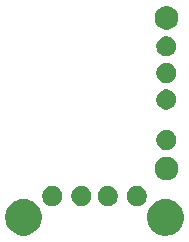
<source format=gbr>
G04 #@! TF.GenerationSoftware,KiCad,Pcbnew,5.0.2+dfsg1-1~bpo9+1*
G04 #@! TF.CreationDate,2020-11-29T19:27:56+00:00*
G04 #@! TF.ProjectId,tiny_glowstick,74696e79-5f67-46c6-9f77-737469636b2e,rev?*
G04 #@! TF.SameCoordinates,Original*
G04 #@! TF.FileFunction,Soldermask,Bot*
G04 #@! TF.FilePolarity,Negative*
%FSLAX46Y46*%
G04 Gerber Fmt 4.6, Leading zero omitted, Abs format (unit mm)*
G04 Created by KiCad (PCBNEW 5.0.2+dfsg1-1~bpo9+1) date Sun 29 Nov 2020 19:27:56 GMT*
%MOMM*%
%LPD*%
G01*
G04 APERTURE LIST*
%ADD10C,0.100000*%
G04 APERTURE END LIST*
D10*
G36*
X143227527Y-78887356D02*
X143327410Y-78907224D01*
X143609674Y-79024141D01*
X143863705Y-79193879D01*
X144079741Y-79409915D01*
X144249479Y-79663946D01*
X144364292Y-79941131D01*
X144366396Y-79946211D01*
X144424990Y-80240778D01*
X144426000Y-80245860D01*
X144426000Y-80551380D01*
X144366396Y-80851030D01*
X144249479Y-81133294D01*
X144079741Y-81387325D01*
X143863705Y-81603361D01*
X143609674Y-81773099D01*
X143327410Y-81890016D01*
X143227527Y-81909884D01*
X143027762Y-81949620D01*
X142722238Y-81949620D01*
X142522473Y-81909884D01*
X142422590Y-81890016D01*
X142140326Y-81773099D01*
X141886295Y-81603361D01*
X141670259Y-81387325D01*
X141500521Y-81133294D01*
X141383604Y-80851030D01*
X141324000Y-80551380D01*
X141324000Y-80245860D01*
X141325011Y-80240778D01*
X141383604Y-79946211D01*
X141385708Y-79941131D01*
X141500521Y-79663946D01*
X141670259Y-79409915D01*
X141886295Y-79193879D01*
X142140326Y-79024141D01*
X142422590Y-78907224D01*
X142522473Y-78887356D01*
X142722238Y-78847620D01*
X143027762Y-78847620D01*
X143227527Y-78887356D01*
X143227527Y-78887356D01*
G37*
G36*
X131213327Y-78882276D02*
X131313210Y-78902144D01*
X131595474Y-79019061D01*
X131849505Y-79188799D01*
X132065541Y-79404835D01*
X132235279Y-79658866D01*
X132352196Y-79941130D01*
X132372064Y-80041013D01*
X132411800Y-80240778D01*
X132411800Y-80546302D01*
X132372064Y-80746067D01*
X132352196Y-80845950D01*
X132235279Y-81128214D01*
X132065541Y-81382245D01*
X131849505Y-81598281D01*
X131595474Y-81768019D01*
X131313210Y-81884936D01*
X131213327Y-81904804D01*
X131013562Y-81944540D01*
X130708038Y-81944540D01*
X130508273Y-81904804D01*
X130408390Y-81884936D01*
X130126126Y-81768019D01*
X129872095Y-81598281D01*
X129656059Y-81382245D01*
X129486321Y-81128214D01*
X129369404Y-80845950D01*
X129349536Y-80746067D01*
X129309800Y-80546302D01*
X129309800Y-80240778D01*
X129349536Y-80041013D01*
X129369404Y-79941130D01*
X129486321Y-79658866D01*
X129656059Y-79404835D01*
X129872095Y-79188799D01*
X130126126Y-79019061D01*
X130408390Y-78902144D01*
X130508273Y-78882276D01*
X130708038Y-78842540D01*
X131013562Y-78842540D01*
X131213327Y-78882276D01*
X131213327Y-78882276D01*
G37*
G36*
X140710228Y-77782003D02*
X140865100Y-77846153D01*
X141004481Y-77939285D01*
X141123015Y-78057819D01*
X141216147Y-78197200D01*
X141280297Y-78352072D01*
X141313000Y-78516484D01*
X141313000Y-78684116D01*
X141280297Y-78848528D01*
X141216147Y-79003400D01*
X141123015Y-79142781D01*
X141004481Y-79261315D01*
X140865100Y-79354447D01*
X140710228Y-79418597D01*
X140545816Y-79451300D01*
X140378184Y-79451300D01*
X140213772Y-79418597D01*
X140058900Y-79354447D01*
X139919519Y-79261315D01*
X139800985Y-79142781D01*
X139707853Y-79003400D01*
X139643703Y-78848528D01*
X139611000Y-78684116D01*
X139611000Y-78516484D01*
X139643703Y-78352072D01*
X139707853Y-78197200D01*
X139800985Y-78057819D01*
X139919519Y-77939285D01*
X140058900Y-77846153D01*
X140213772Y-77782003D01*
X140378184Y-77749300D01*
X140545816Y-77749300D01*
X140710228Y-77782003D01*
X140710228Y-77782003D01*
G37*
G36*
X133547428Y-77782003D02*
X133702300Y-77846153D01*
X133841681Y-77939285D01*
X133960215Y-78057819D01*
X134053347Y-78197200D01*
X134117497Y-78352072D01*
X134150200Y-78516484D01*
X134150200Y-78684116D01*
X134117497Y-78848528D01*
X134053347Y-79003400D01*
X133960215Y-79142781D01*
X133841681Y-79261315D01*
X133702300Y-79354447D01*
X133547428Y-79418597D01*
X133383016Y-79451300D01*
X133215384Y-79451300D01*
X133050972Y-79418597D01*
X132896100Y-79354447D01*
X132756719Y-79261315D01*
X132638185Y-79142781D01*
X132545053Y-79003400D01*
X132480903Y-78848528D01*
X132448200Y-78684116D01*
X132448200Y-78516484D01*
X132480903Y-78352072D01*
X132545053Y-78197200D01*
X132638185Y-78057819D01*
X132756719Y-77939285D01*
X132896100Y-77846153D01*
X133050972Y-77782003D01*
X133215384Y-77749300D01*
X133383016Y-77749300D01*
X133547428Y-77782003D01*
X133547428Y-77782003D01*
G37*
G36*
X136011228Y-77782003D02*
X136166100Y-77846153D01*
X136305481Y-77939285D01*
X136424015Y-78057819D01*
X136517147Y-78197200D01*
X136581297Y-78352072D01*
X136614000Y-78516484D01*
X136614000Y-78684116D01*
X136581297Y-78848528D01*
X136517147Y-79003400D01*
X136424015Y-79142781D01*
X136305481Y-79261315D01*
X136166100Y-79354447D01*
X136011228Y-79418597D01*
X135846816Y-79451300D01*
X135679184Y-79451300D01*
X135514772Y-79418597D01*
X135359900Y-79354447D01*
X135220519Y-79261315D01*
X135101985Y-79142781D01*
X135008853Y-79003400D01*
X134944703Y-78848528D01*
X134912000Y-78684116D01*
X134912000Y-78516484D01*
X134944703Y-78352072D01*
X135008853Y-78197200D01*
X135101985Y-78057819D01*
X135220519Y-77939285D01*
X135359900Y-77846153D01*
X135514772Y-77782003D01*
X135679184Y-77749300D01*
X135846816Y-77749300D01*
X136011228Y-77782003D01*
X136011228Y-77782003D01*
G37*
G36*
X138246428Y-77782003D02*
X138401300Y-77846153D01*
X138540681Y-77939285D01*
X138659215Y-78057819D01*
X138752347Y-78197200D01*
X138816497Y-78352072D01*
X138849200Y-78516484D01*
X138849200Y-78684116D01*
X138816497Y-78848528D01*
X138752347Y-79003400D01*
X138659215Y-79142781D01*
X138540681Y-79261315D01*
X138401300Y-79354447D01*
X138246428Y-79418597D01*
X138082016Y-79451300D01*
X137914384Y-79451300D01*
X137749972Y-79418597D01*
X137595100Y-79354447D01*
X137455719Y-79261315D01*
X137337185Y-79142781D01*
X137244053Y-79003400D01*
X137179903Y-78848528D01*
X137147200Y-78684116D01*
X137147200Y-78516484D01*
X137179903Y-78352072D01*
X137244053Y-78197200D01*
X137337185Y-78057819D01*
X137455719Y-77939285D01*
X137595100Y-77846153D01*
X137749972Y-77782003D01*
X137914384Y-77749300D01*
X138082016Y-77749300D01*
X138246428Y-77782003D01*
X138246428Y-77782003D01*
G37*
G36*
X143255881Y-75295888D02*
X143438050Y-75371345D01*
X143602003Y-75480895D01*
X143741425Y-75620317D01*
X143850975Y-75784270D01*
X143926432Y-75966439D01*
X143964900Y-76159830D01*
X143964900Y-76357010D01*
X143926432Y-76550401D01*
X143850975Y-76732570D01*
X143741425Y-76896523D01*
X143602003Y-77035945D01*
X143438050Y-77145495D01*
X143255881Y-77220952D01*
X143062490Y-77259420D01*
X142865310Y-77259420D01*
X142671919Y-77220952D01*
X142489750Y-77145495D01*
X142325797Y-77035945D01*
X142186375Y-76896523D01*
X142076825Y-76732570D01*
X142001368Y-76550401D01*
X141962900Y-76357010D01*
X141962900Y-76159830D01*
X142001368Y-75966439D01*
X142076825Y-75784270D01*
X142186375Y-75620317D01*
X142325797Y-75480895D01*
X142489750Y-75371345D01*
X142671919Y-75295888D01*
X142865310Y-75257420D01*
X143062490Y-75257420D01*
X143255881Y-75295888D01*
X143255881Y-75295888D01*
G37*
G36*
X143212128Y-73032203D02*
X143367000Y-73096353D01*
X143506381Y-73189485D01*
X143624915Y-73308019D01*
X143718047Y-73447400D01*
X143782197Y-73602272D01*
X143814900Y-73766684D01*
X143814900Y-73934316D01*
X143782197Y-74098728D01*
X143718047Y-74253600D01*
X143624915Y-74392981D01*
X143506381Y-74511515D01*
X143367000Y-74604647D01*
X143212128Y-74668797D01*
X143047716Y-74701500D01*
X142880084Y-74701500D01*
X142715672Y-74668797D01*
X142560800Y-74604647D01*
X142421419Y-74511515D01*
X142302885Y-74392981D01*
X142209753Y-74253600D01*
X142145603Y-74098728D01*
X142112900Y-73934316D01*
X142112900Y-73766684D01*
X142145603Y-73602272D01*
X142209753Y-73447400D01*
X142302885Y-73308019D01*
X142421419Y-73189485D01*
X142560800Y-73096353D01*
X142715672Y-73032203D01*
X142880084Y-72999500D01*
X143047716Y-72999500D01*
X143212128Y-73032203D01*
X143212128Y-73032203D01*
G37*
G36*
X143212128Y-69608283D02*
X143367000Y-69672433D01*
X143506381Y-69765565D01*
X143624915Y-69884099D01*
X143718047Y-70023480D01*
X143782197Y-70178352D01*
X143814900Y-70342764D01*
X143814900Y-70510396D01*
X143782197Y-70674808D01*
X143718047Y-70829680D01*
X143624915Y-70969061D01*
X143506381Y-71087595D01*
X143367000Y-71180727D01*
X143212128Y-71244877D01*
X143047716Y-71277580D01*
X142880084Y-71277580D01*
X142715672Y-71244877D01*
X142560800Y-71180727D01*
X142421419Y-71087595D01*
X142302885Y-70969061D01*
X142209753Y-70829680D01*
X142145603Y-70674808D01*
X142112900Y-70510396D01*
X142112900Y-70342764D01*
X142145603Y-70178352D01*
X142209753Y-70023480D01*
X142302885Y-69884099D01*
X142421419Y-69765565D01*
X142560800Y-69672433D01*
X142715672Y-69608283D01*
X142880084Y-69575580D01*
X143047716Y-69575580D01*
X143212128Y-69608283D01*
X143212128Y-69608283D01*
G37*
G36*
X143212128Y-67357843D02*
X143367000Y-67421993D01*
X143506381Y-67515125D01*
X143624915Y-67633659D01*
X143718047Y-67773040D01*
X143782197Y-67927912D01*
X143814900Y-68092324D01*
X143814900Y-68259956D01*
X143782197Y-68424368D01*
X143718047Y-68579240D01*
X143624915Y-68718621D01*
X143506381Y-68837155D01*
X143367000Y-68930287D01*
X143212128Y-68994437D01*
X143047716Y-69027140D01*
X142880084Y-69027140D01*
X142715672Y-68994437D01*
X142560800Y-68930287D01*
X142421419Y-68837155D01*
X142302885Y-68718621D01*
X142209753Y-68579240D01*
X142145603Y-68424368D01*
X142112900Y-68259956D01*
X142112900Y-68092324D01*
X142145603Y-67927912D01*
X142209753Y-67773040D01*
X142302885Y-67633659D01*
X142421419Y-67515125D01*
X142560800Y-67421993D01*
X142715672Y-67357843D01*
X142880084Y-67325140D01*
X143047716Y-67325140D01*
X143212128Y-67357843D01*
X143212128Y-67357843D01*
G37*
G36*
X143212128Y-65107403D02*
X143367000Y-65171553D01*
X143506381Y-65264685D01*
X143624915Y-65383219D01*
X143718047Y-65522600D01*
X143782197Y-65677472D01*
X143814900Y-65841884D01*
X143814900Y-66009516D01*
X143782197Y-66173928D01*
X143718047Y-66328800D01*
X143624915Y-66468181D01*
X143506381Y-66586715D01*
X143367000Y-66679847D01*
X143212128Y-66743997D01*
X143047716Y-66776700D01*
X142880084Y-66776700D01*
X142715672Y-66743997D01*
X142560800Y-66679847D01*
X142421419Y-66586715D01*
X142302885Y-66468181D01*
X142209753Y-66328800D01*
X142145603Y-66173928D01*
X142112900Y-66009516D01*
X142112900Y-65841884D01*
X142145603Y-65677472D01*
X142209753Y-65522600D01*
X142302885Y-65383219D01*
X142421419Y-65264685D01*
X142560800Y-65171553D01*
X142715672Y-65107403D01*
X142880084Y-65074700D01*
X143047716Y-65074700D01*
X143212128Y-65107403D01*
X143212128Y-65107403D01*
G37*
G36*
X143255881Y-62555248D02*
X143438050Y-62630705D01*
X143602003Y-62740255D01*
X143741425Y-62879677D01*
X143850975Y-63043630D01*
X143926432Y-63225799D01*
X143964900Y-63419190D01*
X143964900Y-63616370D01*
X143926432Y-63809761D01*
X143850975Y-63991930D01*
X143741425Y-64155883D01*
X143602003Y-64295305D01*
X143438050Y-64404855D01*
X143255881Y-64480312D01*
X143062490Y-64518780D01*
X142865310Y-64518780D01*
X142671919Y-64480312D01*
X142489750Y-64404855D01*
X142325797Y-64295305D01*
X142186375Y-64155883D01*
X142076825Y-63991930D01*
X142001368Y-63809761D01*
X141962900Y-63616370D01*
X141962900Y-63419190D01*
X142001368Y-63225799D01*
X142076825Y-63043630D01*
X142186375Y-62879677D01*
X142325797Y-62740255D01*
X142489750Y-62630705D01*
X142671919Y-62555248D01*
X142865310Y-62516780D01*
X143062490Y-62516780D01*
X143255881Y-62555248D01*
X143255881Y-62555248D01*
G37*
M02*

</source>
